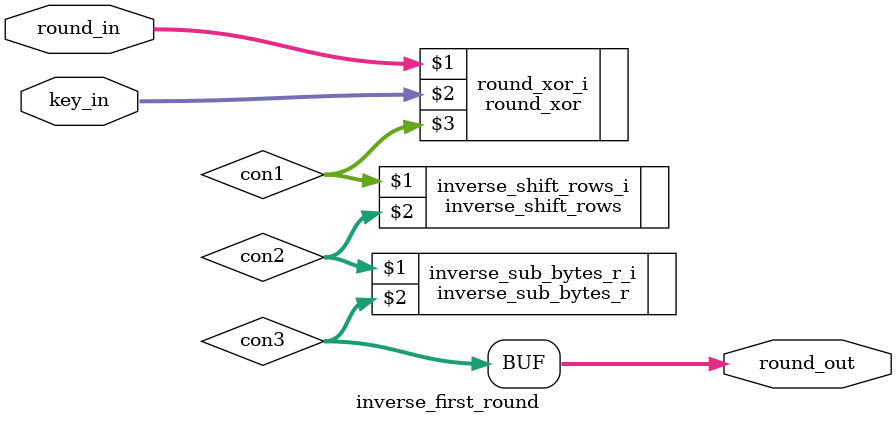
<source format=v>
`timescale 1ns / 1ps
module inverse_first_round(
    input [127:0] round_in,
    input [127:0] key_in,
    output [127:0] round_out
    );
	
	wire [127:0] con1;
	wire [127:0] con2;
	wire [127:0] con3;
	
	round_xor round_xor_i(round_in, key_in, con1);
	inverse_shift_rows inverse_shift_rows_i(con1,con2);
	inverse_sub_bytes_r inverse_sub_bytes_r_i(con2,con3);
	
	assign round_out = con3;
	

endmodule

</source>
